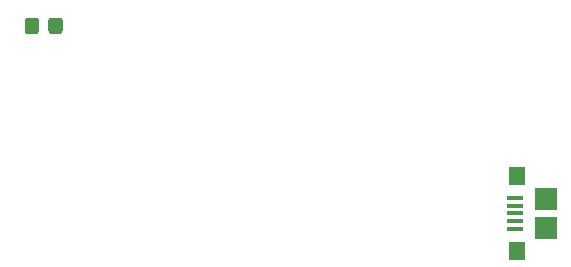
<source format=gbr>
%TF.GenerationSoftware,KiCad,Pcbnew,5.1.10*%
%TF.CreationDate,2021-10-27T21:34:53+02:00*%
%TF.ProjectId,JeanCloud_pcb_regular,4a65616e-436c-46f7-9564-5f7063625f72,rev?*%
%TF.SameCoordinates,Original*%
%TF.FileFunction,Paste,Top*%
%TF.FilePolarity,Positive*%
%FSLAX46Y46*%
G04 Gerber Fmt 4.6, Leading zero omitted, Abs format (unit mm)*
G04 Created by KiCad (PCBNEW 5.1.10) date 2021-10-27 21:34:53*
%MOMM*%
%LPD*%
G01*
G04 APERTURE LIST*
%ADD10R,1.350000X0.400000*%
%ADD11R,1.400000X1.600000*%
%ADD12R,1.900000X1.900000*%
G04 APERTURE END LIST*
D10*
%TO.C,J1*%
X98290000Y-51435000D03*
X98290000Y-50785000D03*
X98290000Y-50135000D03*
X98290000Y-52085000D03*
X98290000Y-52735000D03*
D11*
X98515000Y-54635000D03*
X98515000Y-48235000D03*
D12*
X100965000Y-52635000D03*
X100965000Y-50235000D03*
%TD*%
%TO.C,R1*%
G36*
G01*
X60020000Y-35109999D02*
X60020000Y-36010001D01*
G75*
G02*
X59770001Y-36260000I-249999J0D01*
G01*
X59069999Y-36260000D01*
G75*
G02*
X58820000Y-36010001I0J249999D01*
G01*
X58820000Y-35109999D01*
G75*
G02*
X59069999Y-34860000I249999J0D01*
G01*
X59770001Y-34860000D01*
G75*
G02*
X60020000Y-35109999I0J-249999D01*
G01*
G37*
G36*
G01*
X58020000Y-35109999D02*
X58020000Y-36010001D01*
G75*
G02*
X57770001Y-36260000I-249999J0D01*
G01*
X57069999Y-36260000D01*
G75*
G02*
X56820000Y-36010001I0J249999D01*
G01*
X56820000Y-35109999D01*
G75*
G02*
X57069999Y-34860000I249999J0D01*
G01*
X57770001Y-34860000D01*
G75*
G02*
X58020000Y-35109999I0J-249999D01*
G01*
G37*
%TD*%
M02*

</source>
